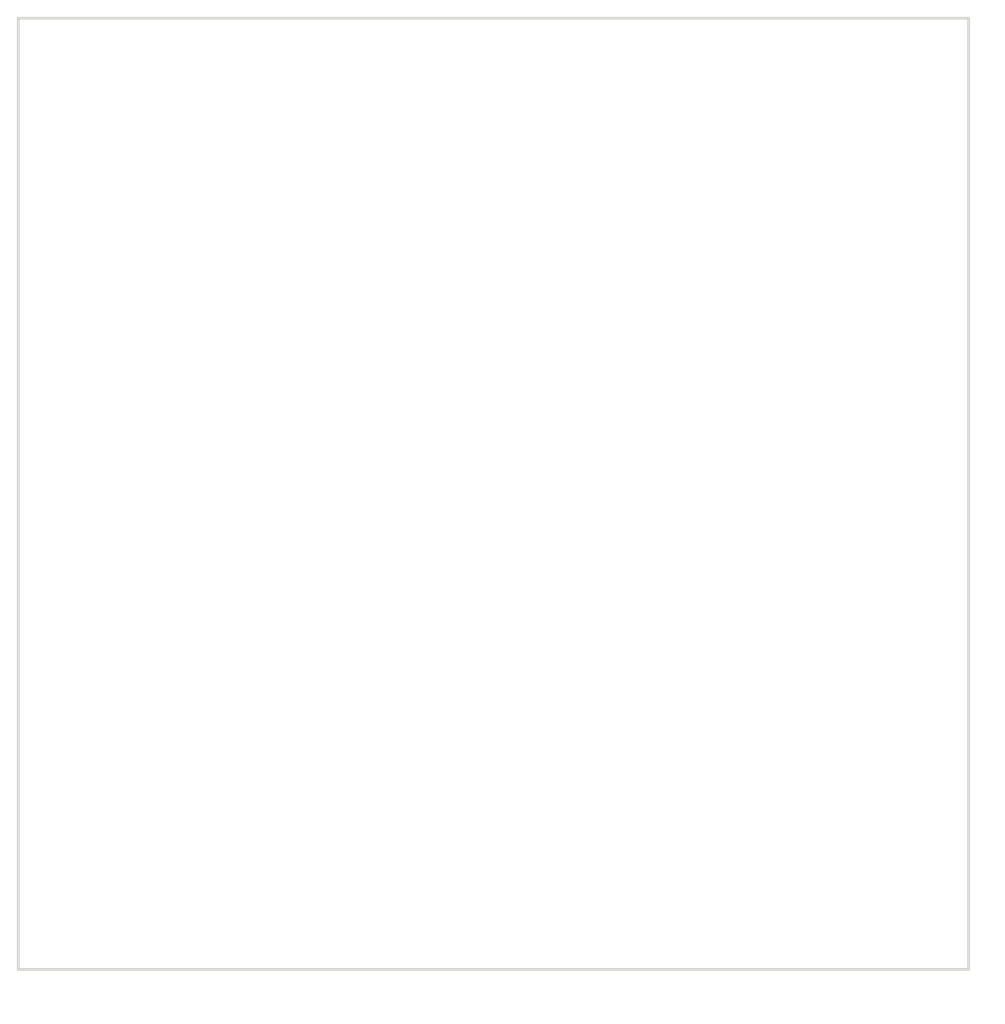
<source format=kicad_pcb>
(kicad_pcb (version 20221018) (generator pcbnew)

  (general
    (thickness 1.4668)
  )

  (paper "A4")
  (layers
    (0 "F.Cu" signal)
    (1 "In1.Cu" signal)
    (2 "In2.Cu" signal)
    (3 "In3.Cu" signal)
    (4 "In4.Cu" signal)
    (5 "In5.Cu" signal)
    (6 "In6.Cu" signal)
    (31 "B.Cu" signal)
    (32 "B.Adhes" user "B.Adhesive")
    (33 "F.Adhes" user "F.Adhesive")
    (34 "B.Paste" user)
    (35 "F.Paste" user)
    (36 "B.SilkS" user "B.Silkscreen")
    (37 "F.SilkS" user "F.Silkscreen")
    (38 "B.Mask" user)
    (39 "F.Mask" user)
    (40 "Dwgs.User" user "User.Drawings")
    (41 "Cmts.User" user "User.Comments")
    (42 "Eco1.User" user "User.Eco1")
    (43 "Eco2.User" user "User.Eco2")
    (44 "Edge.Cuts" user)
    (45 "Margin" user)
    (46 "B.CrtYd" user "B.Courtyard")
    (47 "F.CrtYd" user "F.Courtyard")
    (48 "B.Fab" user)
    (49 "F.Fab" user)
    (50 "User.1" user)
    (51 "User.2" user)
    (52 "User.3" user)
    (53 "User.4" user)
    (54 "User.5" user)
    (55 "User.6" user)
    (56 "User.7" user)
    (57 "User.8" user)
    (58 "User.9" user)
  )

  (setup
    (stackup
      (layer "F.SilkS" (type "Top Silk Screen"))
      (layer "F.Paste" (type "Top Solder Paste"))
      (layer "F.Mask" (type "Top Solder Mask") (thickness 0.01))
      (layer "F.Cu" (type "copper") (thickness 0.035))
      (layer "dielectric 1" (type "prepreg") (thickness 0.1164) (material "2116*1") (epsilon_r 4.5) (loss_tangent 0.02))
      (layer "In1.Cu" (type "copper") (thickness 0.0152))
      (layer "dielectric 2" (type "core") (thickness 0.3) (material "FR4") (epsilon_r 4.5) (loss_tangent 0.02))
      (layer "In2.Cu" (type "copper") (thickness 0.0152))
      (layer "dielectric 3" (type "prepreg") (thickness 0.0764) (material "FR4") (epsilon_r 4.5) (loss_tangent 0.02))
      (layer "In3.Cu" (type "copper") (thickness 0.0152))
      (layer "dielectric 4" (type "core") (thickness 0.3) (material "FR4") (epsilon_r 4.5) (loss_tangent 0.02))
      (layer "In4.Cu" (type "copper") (thickness 0.0152))
      (layer "dielectric 5" (type "prepreg") (thickness 0.0764) (material "FR4") (epsilon_r 4.5) (loss_tangent 0.02))
      (layer "In5.Cu" (type "copper") (thickness 0.0152))
      (layer "dielectric 6" (type "core") (thickness 0.3) (material "FR4") (epsilon_r 4.5) (loss_tangent 0.02))
      (layer "In6.Cu" (type "copper") (thickness 0.0152))
      (layer "dielectric 7" (type "prepreg") (thickness 0.1164) (material "2116*1") (epsilon_r 4.5) (loss_tangent 0.02))
      (layer "B.Cu" (type "copper") (thickness 0.035))
      (layer "B.Mask" (type "Bottom Solder Mask") (thickness 0.01))
      (layer "B.Paste" (type "Bottom Solder Paste"))
      (layer "B.SilkS" (type "Bottom Silk Screen"))
      (copper_finish "ENIG")
      (dielectric_constraints yes)
    )
    (pad_to_mask_clearance 0)
    (solder_mask_min_width 0.1)
    (pcbplotparams
      (layerselection 0x00010fc_ffffffff)
      (plot_on_all_layers_selection 0x0000000_00000000)
      (disableapertmacros false)
      (usegerberextensions false)
      (usegerberattributes true)
      (usegerberadvancedattributes true)
      (creategerberjobfile true)
      (dashed_line_dash_ratio 12.000000)
      (dashed_line_gap_ratio 3.000000)
      (svgprecision 4)
      (plotframeref false)
      (viasonmask false)
      (mode 1)
      (useauxorigin false)
      (hpglpennumber 1)
      (hpglpenspeed 20)
      (hpglpendiameter 15.000000)
      (dxfpolygonmode true)
      (dxfimperialunits true)
      (dxfusepcbnewfont true)
      (psnegative false)
      (psa4output false)
      (plotreference true)
      (plotvalue true)
      (plotinvisibletext false)
      (sketchpadsonfab false)
      (subtractmaskfromsilk false)
      (outputformat 1)
      (mirror false)
      (drillshape 1)
      (scaleselection 1)
      (outputdirectory "")
    )
  )

  (net 0 "")
  (net 1 "GND")

  (gr_rect (start 100 50) (end 152 102)
    (stroke (width 0.15) (type default)) (fill none) (layer "Edge.Cuts") (tstamp a4baef46-85ab-4040-b963-5f418ba90fce))

  (zone (net 1) (net_name "GND") (layers "F&B.Cu") (tstamp 527a70ca-0386-41ce-ba33-27088ab38cae) (hatch edge 0.5)
    (connect_pads (clearance 0.5))
    (min_thickness 0.25) (filled_areas_thickness no)
    (fill (thermal_gap 0.3) (thermal_bridge_width 0.3) (smoothing fillet) (island_removal_mode 2) (island_area_min 10))
    (polygon
      (pts
        (xy 154 105)
        (xy 154 49)
        (xy 99 49)
        (xy 99 105)
      )
    )
  )
)

</source>
